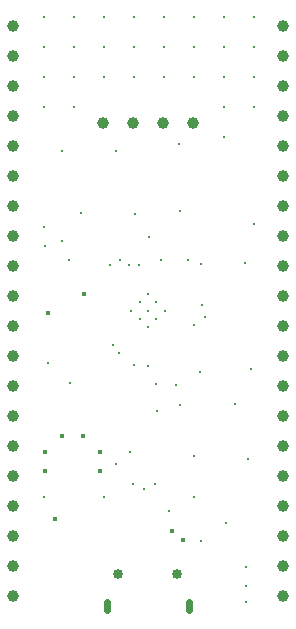
<source format=gbr>
%TF.GenerationSoftware,KiCad,Pcbnew,8.0.4*%
%TF.CreationDate,2025-08-17T23:08:19+02:00*%
%TF.ProjectId,stm32l432kcu6_eval,73746d33-326c-4343-9332-6b6375365f65,rev?*%
%TF.SameCoordinates,Original*%
%TF.FileFunction,Plated,1,4,PTH,Mixed*%
%TF.FilePolarity,Positive*%
%FSLAX46Y46*%
G04 Gerber Fmt 4.6, Leading zero omitted, Abs format (unit mm)*
G04 Created by KiCad (PCBNEW 8.0.4) date 2025-08-17 23:08:19*
%MOMM*%
%LPD*%
G01*
G04 APERTURE LIST*
%TA.AperFunction,ComponentDrill*%
%ADD10C,0.200000*%
%TD*%
%TA.AperFunction,ViaDrill*%
%ADD11C,0.300000*%
%TD*%
%TA.AperFunction,ViaDrill*%
%ADD12C,0.400000*%
%TD*%
G04 aperture for slot hole*
%TA.AperFunction,ComponentDrill*%
%ADD13C,0.600000*%
%TD*%
%TA.AperFunction,ComponentDrill*%
%ADD14C,0.850000*%
%TD*%
%TA.AperFunction,ComponentDrill*%
%ADD15C,1.000000*%
%TD*%
G04 APERTURE END LIST*
D10*
%TO.C,U3*%
X148585786Y-100000000D03*
X149292893Y-99292893D03*
X149292893Y-100707107D03*
X150000000Y-98585786D03*
X150000000Y-100000000D03*
X150000000Y-101414214D03*
X150707107Y-99292893D03*
X150707107Y-100707107D03*
X151414214Y-100000000D03*
%TD*%
D11*
X141224563Y-75141750D03*
X141224563Y-77681750D03*
X141224563Y-80221750D03*
X141224563Y-82761750D03*
X141224563Y-92921750D03*
X141224563Y-115781750D03*
X141300000Y-94500000D03*
X141500000Y-104400000D03*
X142700000Y-86474999D03*
X142700000Y-94100000D03*
X143300000Y-95700000D03*
X143400000Y-106100000D03*
X143764563Y-75141750D03*
X143764563Y-77681750D03*
X143764563Y-80221750D03*
X143764563Y-82761750D03*
X144300000Y-91700000D03*
X146304563Y-75141750D03*
X146304563Y-77681750D03*
X146304563Y-80221750D03*
X146304563Y-115781750D03*
X146800000Y-96100000D03*
X147075000Y-102900000D03*
X147300000Y-86500000D03*
X147300000Y-113000000D03*
X147575000Y-103600000D03*
X147600000Y-95700000D03*
X148399997Y-96100000D03*
X148500000Y-112000000D03*
X148700001Y-114700001D03*
X148800000Y-104600000D03*
X148844563Y-75141750D03*
X148844563Y-77681750D03*
X148844563Y-80221750D03*
X148900000Y-91800000D03*
X149200000Y-96100000D03*
X149650000Y-115100000D03*
X150000000Y-104700000D03*
X150100000Y-93800000D03*
X150600000Y-114700000D03*
X150700000Y-106200000D03*
X150800000Y-108500000D03*
X151141542Y-95700000D03*
X151384563Y-75141750D03*
X151384563Y-77681750D03*
X151384563Y-80221750D03*
X151800000Y-117000000D03*
X152400000Y-106300000D03*
X152600000Y-85900000D03*
X152700000Y-91600000D03*
X152700000Y-108000000D03*
X153400000Y-95700000D03*
X153900000Y-101200000D03*
X153900000Y-112300000D03*
X153924563Y-75141750D03*
X153924563Y-77681750D03*
X153924563Y-80221750D03*
X153924563Y-115781750D03*
X154400000Y-105200000D03*
X154500000Y-96025000D03*
X154500000Y-119481250D03*
X154600000Y-99487348D03*
X154800000Y-100512652D03*
X156464563Y-75141750D03*
X156464563Y-77681750D03*
X156464563Y-80221750D03*
X156464563Y-82761750D03*
X156464563Y-85301750D03*
X156600000Y-118000000D03*
X157400000Y-107900000D03*
X158200000Y-96000000D03*
X158300000Y-121700000D03*
X158300000Y-123300000D03*
X158300000Y-124700000D03*
X158500000Y-112600000D03*
X158700000Y-104900000D03*
X159000000Y-92700000D03*
X159004563Y-75141750D03*
X159004563Y-77681750D03*
X159004563Y-80221750D03*
X159004563Y-82761750D03*
D12*
X141300000Y-112000000D03*
X141300000Y-113600000D03*
X141500000Y-100200000D03*
X142100000Y-117600000D03*
X142700000Y-110600000D03*
X144500000Y-110600000D03*
X144600000Y-98600000D03*
X145900000Y-112000000D03*
X145900000Y-113600000D03*
X152000000Y-118700000D03*
X153000000Y-119400000D03*
D13*
%TO.C,J1*%
X146500000Y-124687500D02*
X146500000Y-125387500D01*
X153500000Y-125387500D02*
X153500000Y-124687500D01*
D14*
X147500000Y-122337500D03*
X152500000Y-122337500D03*
D15*
%TO.C,J2*%
X138570000Y-75870000D03*
X138570000Y-78410000D03*
X138570000Y-80950000D03*
X138570000Y-83490000D03*
X138570000Y-86030000D03*
X138570000Y-88570000D03*
X138570000Y-91110000D03*
X138570000Y-93650000D03*
X138570000Y-96190000D03*
X138570000Y-98730000D03*
X138570000Y-101270000D03*
X138570000Y-103810000D03*
X138570000Y-106350000D03*
X138570000Y-108890000D03*
X138570000Y-111430000D03*
X138570000Y-113970000D03*
X138570000Y-116510000D03*
X138570000Y-119050000D03*
X138570000Y-121590000D03*
X138570000Y-124130000D03*
%TO.C,J4*%
X146190000Y-84100000D03*
X148730000Y-84100000D03*
X151270000Y-84100000D03*
X153810000Y-84100000D03*
%TO.C,J3*%
X161430000Y-75870000D03*
X161430000Y-78410000D03*
X161430000Y-80950000D03*
X161430000Y-83490000D03*
X161430000Y-86030000D03*
X161430000Y-88570000D03*
X161430000Y-91110000D03*
X161430000Y-93650000D03*
X161430000Y-96190000D03*
X161430000Y-98730000D03*
X161430000Y-101270000D03*
X161430000Y-103810000D03*
X161430000Y-106350000D03*
X161430000Y-108890000D03*
X161430000Y-111430000D03*
X161430000Y-113970000D03*
X161430000Y-116510000D03*
X161430000Y-119050000D03*
X161430000Y-121590000D03*
X161430000Y-124130000D03*
M02*

</source>
